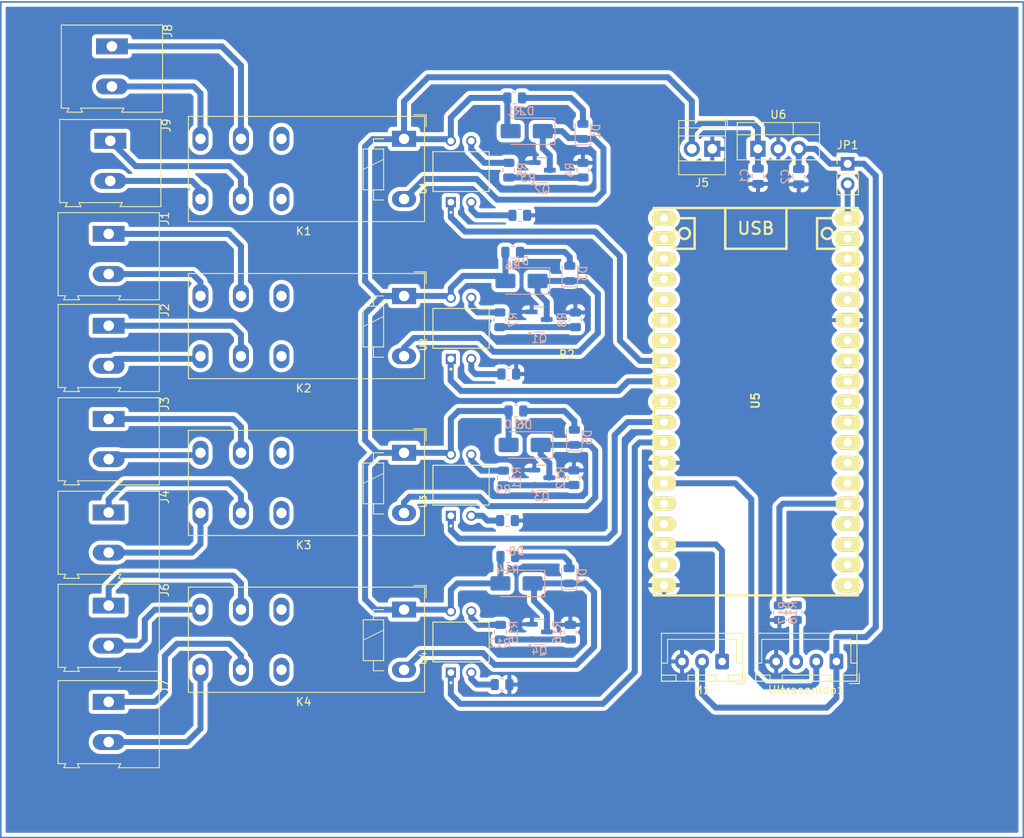
<source format=kicad_pcb>
(kicad_pcb (version 20240108) (generator "pcbnew") (generator_version "8.0")
  (title_block (title "mariano el marranooo"))
  (layers (0 "F.Cu" signal) (31 "B.Cu" signal) (34 "B.Paste" user) (35 "F.Paste" user) (36 "B.SilkS" user "B.Silkscreen") (37 "F.SilkS" user "F.Silkscreen") (38 "B.Mask" user) (39 "F.Mask" user) (44 "Edge.Cuts" user))
  (net 0 "")
  (net 1 "VCC")
  (net 2 "GND")
  (net 3 "+5V")
  (net 4 "11")
  (net 5 "Net-(D1-A)")
  (net 6 "Net-(Q1-G)")
  (net 7 "gpio")
  (net 8 "trig")
  (net 9 "echo")
  (net 10 "Net-(D3-K)")
  (net 11 "Net-(D5-K)")
  (net 12 "Net-(D7-K)")
  (net 13 "22")
  (net 14 "Net-(Q2-G)")
  (net 15 "Net-(Q3-G)")
  (net 16 "Net-(Q4-G)")
  (net 17 "Net-(R7-Pad2)")
  (net 18 "Net-(D1-K)")
  (net 19 "Net-(R15-Pad2)")
  (net 20 "Net-(D3-A)")
  (net 21 "Net-(D5-A)")
  (net 22 "Net-(D7-A)")
  (net 23 "gpio4")
  (net 24 "gpio3")
  (net 25 "gpio2")
  (net 26 "Net-(R3-Pad2)")
  (net 27 "Net-(R2-Pad2)")
  (net 28 "Net-(R11-Pad2)")
  (net 29 "Net-(JP1-B)")
  (net 30 "77")
  (net 31 "66")
  (net 32 "55")
  (net 33 "44")
  (net 34 "33")
  (net 35 "servo")
  (net 36 "Net-(R5-Pad2)")
  (net 37 "Net-(R9-Pad2)")
  (net 38 "Net-(R13-Pad2)")
  (net 39 "Net-(Ultrasonido1-Pin_3)")
  (net 63 "Net-(J1-Pin_2)")
  (net 66 "88")
  (net 67 "Net-(J2-Pin_2)")
  (net 68 "Net-(J3-Pin_2)")
  (net 69 "Net-(J4-Pin_2)")
  (net 70 "Net-(J6-Pin_2)")
  (net 71 "Net-(J7-Pin_2)")
  (net 72 "Net-(J8-Pin_2)")
  (net 73 "Net-(J9-Pin_2)")
  (footprint "PC817-B (1):DIP762W50P254L650H455Q4B" (layer "F.Cu") (at 105.87 89.705833 90)
    (property "Reference" "U2")
    (property "Value" "PC817")
  )
  (footprint "Relay_THT:Relay_DPDT_Schrack-RT2-FormC_RM5mm" (layer "F.Cu") (at 98.77 105.206666 180)
    (property "Reference" "K3")
    (property "Value" "RTE2xxxx")
  )
  (footprint "Connector_JST:JST_XH_B3B-XH-A_1x03_P2.50mm_Vertical" (layer "F.Cu") (at 138.375 131.2 180)
    (property "Reference" "M1")
    (property "Value" "Motor_Servo")
  )
  (footprint "TerminalBlock:TerminalBlock_Altech_AK300-2_P5.00mm" (layer "F.Cu") (at 62 77.94 -90)
    (property "Reference" "J1")
    (property "Value" "Screw_Terminal_01x02")
  )
  (footprint "TerminalBlock:TerminalBlock_Altech_AK300-2_P5.00mm" (layer "F.Cu") (at 62.2 66.34 -90)
    (property "Reference" "J9")
    (property "Value" "Screw_Terminal_01x02")
  )
  (footprint "TerminalBlock:TerminalBlock_Altech_AK300-2_P5.00mm" (layer "F.Cu") (at 62 89.375 -90)
    (property "Reference" "J2")
    (property "Value" "Screw_Terminal_01x02")
  )
  (footprint "Connector_PinHeader_2.54mm:PinHeader_1x02_P2.54mm_Vertical" (layer "F.Cu") (at 154 69.2)
    (property "Reference" "JP1")
    (property "Value" "Jumper_2_Bridged")
  )
  (footprint "Relay_THT:Relay_DPDT_Schrack-RT2-FormC_RM5mm" (layer "F.Cu") (at 98.77 124.74 180)
    (property "Reference" "K4")
    (property "Value" "RTE2xxxx")
  )
  (footprint "TerminalBlock:TerminalBlock_Altech_AK300-2_P5.00mm" (layer "F.Cu") (at 62 136.235 -90)
    (property "Reference" "J7")
    (property "Value" "Screw_Terminal_01x02")
  )
  (footprint "TerminalBlock:TerminalBlock_Altech_AK300-2_P5.00mm" (layer "F.Cu") (at 62.4 54.575 -90)
    (property "Reference" "J8")
    (property "Value" "Screw_Terminal_01x02")
  )
  (footprint "TerminalBlock:TerminalBlock_Xinya_XY308-2.54-2P_1x02_P2.54mm_Horizontal" (layer "F.Cu") (at 137.145 67.34 180)
    (property "Reference" "J5")
    (property "Value" "Screw_Terminal_01x02" (hide yes))
  )
  (footprint "TerminalBlock:TerminalBlock_Altech_AK300-2_P5.00mm" (layer "F.Cu") (at 62 101 -90)
    (property "Reference" "J3")
    (property "Value" "Screw_Terminal_01x02")
  )
  (footprint "PC817-B (1):DIP762W50P254L650H455Q4B" (layer "F.Cu") (at 105.87 70.1725 90)
    (property "Reference" "U1")
    (property "Value" "PC817" (hide yes))
  )
  (footprint "TerminalBlock:TerminalBlock_Altech_AK300-2_P5.00mm" (layer "F.Cu") (at 62 124.235 -90)
    (property "Reference" "J6")
    (property "Value" "Screw_Terminal_01x02")
  )
  (footprint "TerminalBlock:TerminalBlock_Altech_AK300-2_P5.00mm" (layer "F.Cu") (at 62 112.64 -90)
    (property "Reference" "J4")
    (property "Value" "Screw_Terminal_01x02")
  )
  (footprint "EESTN5:ESP32S" (layer "F.Cu") (at 142.57 98.84 90)
    (property "Reference" "U5")
    (property "Value" "ESP32_DEVKITC" (hide yes))
  )
  (footprint "Connector_JST:JST_XH_B4B-XH-A_1x04_P2.50mm_Vertical" (layer "F.Cu") (at 152.596 131.2 180)
    (property "Reference" "Ultrasonido1")
    (property "Value" "Screw_Terminal_01x04")
  )
  (footprint "PC817-B (1):DIP762W50P254L650H455Q4B" (layer "F.Cu") (at 105.87 128.7725 90)
    (property "Reference" "U4")
    (property "Value" "PC817")
  )
  (footprint "Package_TO_SOT_THT:TO-220-3_Vertical" (layer "F.Cu") (at 142.83 67.34)
    (property "Reference" "U6")
    (property "Value" "LM7805_TO220" (hide yes))
  )
  (footprint "Relay_THT:Relay_DPDT_Schrack-RT2-FormC_RM5mm" (layer "F.Cu") (at 98.77 66.1 180)
    (property "Reference" "K1")
    (property "Value" "RTE2xxxx" (hide yes))
  )
  (footprint "PC817-B (1):DIP762W50P254L650H455Q4B" (layer "F.Cu") (at 105.87 109.239166 90)
    (property "Reference" "U3")
    (property "Value" "PC817")
  )
  (footprint "Relay_THT:Relay_DPDT_Schrack-RT2-FormC_RM5mm" (layer "F.Cu") (at 98.77 85.673333 180)
    (property "Reference" "K2")
    (property "Value" "RTE2xxxx")
  )
  (footprint "Resistor_SMD:R_0805_2012Metric" (layer "B.Cu") (at 119.475 127.55 -90)
    (property "Reference" "R16")
    (property "Value" "R")
  )
  (footprint "LED_SMD:LED_0805_2012Metric" (layer "B.Cu") (at 119.975 103.2875 90)
    (property "Reference" "D5")
    (property "Value" "LED")
  )
  (footprint "LED_SMD:LED_0805_2012Metric" (layer "B.Cu") (at 119.325 120.5375 90)
    (property "Reference" "D7")
    (property "Value" "LED")
  )
  (footprint "LED_SMD:LED_0805_2012Metric" (layer "B.Cu") (at 121.04375 65.17 90)
    (property "Reference" "D1")
    (property "Value" "LED")
  )
  (footprint "Diode_SMD:D_SMA" (layer "B.Cu") (at 112.775 121.475 180)
    (property "Reference" "D8")
    (property "Value" "DIODE")
  )
  (footprint "Resistor_SMD:R_0805_2012Metric" (layer "B.Cu") (at 110.7 88.6375 90)
    (property "Reference" "R7")
    (property "Value" "1KΩ")
  )
  (footprint "Resistor_SMD:R_0805_2012Metric" (layer "B.Cu") (at 147.596 125.115 -90)
    (property "Reference" "R17")
    (property "Value" "1KΩ")
  )
  (footprint "Capacitor_SMD:C_0805_2012Metric" (layer "B.Cu") (at 147.92 70.81 -90)
    (property "Reference" "C2")
    (property "Value" "C")
  )
  (footprint "Resistor_SMD:R_0805_2012Metric" (layer "B.Cu") (at 121.04375 70 -90)
    (property "Reference" "R4")
    (property "Value" "R")
  )
  (footprint "Resistor_SMD:R_0805_2012Metric" (layer "B.Cu") (at 120.1 88.6375 -90)
    (property "Reference" "R8")
    (property "Value" "10KΩ")
  )
  (footprint "Resistor_SMD:R_0805_2012Metric" (layer "B.Cu") (at 111.1375 108.34375 90)
    (property "Reference" "R11")
    (property "Value" "R" (hide yes))
  )
  (footprint "Resistor_SMD:R_0805_2012Metric" (layer "B.Cu") (at 111.8125 95.4 180)
    (property "Reference" "R2")
    (property "Value" "220Ω")
  )
  (footprint "Resistor_SMD:R_0805_2012Metric" (layer "B.Cu") (at 113.175 75.625 180)
    (property "Reference" "R3")
    (property "Value" "R")
  )
  (footprint "Capacitor_SMD:C_0805_2012Metric" (layer "B.Cu") (at 142.84 70.76 -90)
    (property "Reference" "C1")
    (property "Value" "C")
  )
  (footprint "Resistor_SMD:R_0805_2012Metric" (layer "B.Cu") (at 112.54375 61)
    (property "Reference" "R1")
    (property "Value" "R")
  )
  (footprint "Diode_SMD:D_SMA" (layer "B.Cu") (at 113.7875 104.225 180)
    (property "Reference" "D6")
    (property "Value" "DIODE")
  )
  (footprint "Resistor_SMD:R_0805_2012Metric" (layer "B.Cu") (at 110.975 134.075 180)
    (property "Reference" "R13")
    (property "Value" "R")
  )
  (footprint "Diode_SMD:D_SMA" (layer "B.Cu") (at 113.4 83.8 180)
    (property "Reference" "D4")
    (property "Value" "DIODE")
  )
  (footprint "Resistor_SMD:R_0805_2012Metric" (layer "B.Cu") (at 119.91875 108.30625 -90)
    (property "Reference" "R12")
    (property "Value" "R")
  )
  (footprint "Resistor_SMD:R_0805_2012Metric" (layer "B.Cu") (at 111.65 113.65 180)
    (property "Reference" "R9")
    (property "Value" "R")
  )
  (footprint "LED_SMD:LED_0805_2012Metric" (layer "B.Cu") (at 119.4 82.8625 90)
    (property "Reference" "D3")
    (property "Value" "LED")
  )
  (footprint "Resistor_SMD:R_0805_2012Metric" (layer "B.Cu") (at 111.81375 70 90)
    (property "Reference" "R5")
    (property "Value" "R")
  )
  (footprint "Diode_SMD:D_SMA" (layer "B.Cu") (at 114.04375 65.14 180)
    (property "Reference" "D2")
    (property "Value" "DIODE")
  )
  (footprint "Package_TO_SOT_SMD:SOT-23" (layer "B.Cu") (at 115.91875 108.30625)
    (property "Reference" "Q3")
    (property "Value" "2N7002")
  )
  (footprint "Resistor_SMD:R_0805_2012Metric" (layer "B.Cu") (at 112.7 100)
    (property "Reference" "R10")
    (property "Value" "R")
  )
  (footprint "Package_TO_SOT_SMD:SOT-23" (layer "B.Cu") (at 115.6 88.6)
    (property "Reference" "Q1")
    (property "Value" "2N7002")
  )
  (footprint "Resistor_SMD:R_0805_2012Metric" (layer "B.Cu") (at 110.775 127.55 90)
    (property "Reference" "R15")
    (property "Value" "R")
  )
  (footprint "Resistor_SMD:R_0805_2012Metric" (layer "B.Cu") (at 145.5 125.125 90)
    (property "Reference" "R18")
    (property "Value" "1,5KΩ")
  )
  (footprint "Package_TO_SOT_SMD:SOT-23" (layer "B.Cu") (at 115.98125 70)
    (property "Reference" "Q2")
    (property "Value" "2N7002")
  )
  (footprint "Resistor_SMD:R_0805_2012Metric" (layer "B.Cu") (at 111.6875 118.125)
    (property "Reference" "R14")
    (property "Value" "R")
  )
  (footprint "Package_TO_SOT_SMD:SOT-23" (layer "B.Cu") (at 115.625 127.5125)
    (property "Reference" "Q4")
    (property "Value" "2N7002")
  )
  (footprint "Resistor_SMD:R_0805_2012Metric" (layer "B.Cu") (at 112.3 80.225)
    (property "Reference" "R6")
    (property "Value" "1KΩ")
  )
  (gr_rect (start 48.57 49.04) (end 175.87 153.14) (stroke (width 0.2)) (fill none) (layer "B.Cu"))
  (segment (start 142.83 64.8) (end 142.17 64.14) (width 0.75) (layer "B.Cu") (net 1))
  (segment (start 131.625 58.425) (end 134.605 61.405) (width 0.75) (layer "B.Cu") (net 1))
  (segment (start 98.77 85.673333) (end 104.3775 85.673333) (width 0.75) (layer "B.Cu") (net 1))
  (segment (start 142.83 67.34) (end 142.83 69.84) (width 0.75) (layer "B.Cu") (net 1))
  (segment (start 111.3875 80.225) (end 111.3875 83.7875) (width 0.75) (layer "B.Cu") (net 1))
  (segment (start 111.63125 64.7275) (end 112.04375 65.14) (width 0.75) (layer "B.Cu") (net 1))
  (segment (start 93.922 87.888) (end 93.922 103.636) (width 0.75) (layer "B.Cu") (net 1))
  (segment (start 104.3775 124.74) (end 104.6 124.9625) (width 0.75) (layer "B.Cu") (net 1))
  (segment (start 93.922 123.448) (end 95.214 124.74) (width 0.75) (layer "B.Cu") (net 1))
  (segment (start 134.3775 67.5675) (end 134.605 67.34) (width 0.75) (layer "B.Cu") (net 1))
  (segment (start 104.6 122.275) (end 105.4 121.475) (width 0.75) (layer "B.Cu") (net 1))
  (segment (start 134.605 61.405) (end 134.605 67.34) (width 0.75) (layer "B.Cu") (net 1))
  (segment (start 104.3775 66.14) (end 104.6 66.3625) (width 0.75) (layer "B.Cu") (net 1))
  (segment (start 96.136667 85.673333) (end 93.922 87.888) (width 0.75) (layer "B.Cu") (net 1))
  (segment (start 104.6 100.95) (end 105.55 100) (width 0.75) (layer "B.Cu") (net 1))
  (segment (start 105.55 100) (end 111.7875 100) (width 0.75) (layer "B.Cu") (net 1))
  (segment (start 98.77 85.673333) (end 98.494 85.949333) (width 0.75) (layer "B.Cu") (net 1))
  (segment (start 104.6 84.7) (end 106.125 83.175) (width 0.75) (layer "B.Cu") (net 1))
  (segment (start 135.67 64.14) (end 134.605 65.205) (width 0.75) (layer "B.Cu") (net 1))
  (segment (start 111.63125 61) (end 111.63125 64.7275) (width 0.75) (layer "B.Cu") (net 1))
  (segment (start 142.17 64.14) (end 135.67 64.14) (width 0.75) (layer "B.Cu") (net 1))
  (segment (start 110.775 121.475) (end 110.775 118.125) (width 0.75) (layer "B.Cu") (net 1))
  (segment (start 93.922 67.06) (end 94.842 66.14) (width 0.75) (layer "B.Cu") (net 1))
  (segment (start 104.6 124.9625) (end 104.6 122.275) (width 0.75) (layer "B.Cu") (net 1))
  (segment (start 94.842 66.14) (end 98.77 66.14) (width 0.75) (layer "B.Cu") (net 1))
  (segment (start 95.399334 105.206666) (end 93.922 106.684) (width 0.75) (layer "B.Cu") (net 1))
  (segment (start 111.61375 64.71) (end 112.04375 65.14) (width 0.75) (layer "B.Cu") (net 1))
  (segment (start 110.775 83.175) (end 111.4 83.8) (width 0.75) (layer "B.Cu") (net 1))
  (segment (start 98.77 124.74) (end 104.3775 124.74) (width 0.75) (layer "B.Cu") (net 1))
  (segment (start 98.77 66.14) (end 104.3775 66.14) (width 0.75) (layer "B.Cu") (net 1))
  (segment (start 104.6 85.895833) (end 104.6 84.7) (width 0.75) (layer "B.Cu") (net 1))
  (segment (start 106.125 83.175) (end 110.775 83.175) (width 0.75) (layer "B.Cu") (net 1))
  (segment (start 98.77 105.206666) (end 104.3775 105.206666) (width 0.75) (layer "B.Cu") (net 1))
  (segment (start 104.6 63.44375) (end 107.04375 61) (width 0.75) (layer "B.Cu") (net 1))
  (segment (start 101.775 58.425) (end 131.625 58.425) (width 0.75) (layer "B.Cu") (net 1))
  (segment (start 98.77 85.673333) (end 95.771333 85.673333) (width 0.75) (layer "B.Cu") (net 1))
  (segment (start 98.77 61.43) (end 101.775 58.425) (width 0.75) (layer "B.Cu") (net 1))
  (segment (start 95.771333 85.673333) (end 93.922 83.824) (width 0.75) (layer "B.Cu") (net 1))
  (segment (start 134.605 65.205) (end 134.605 67.34) (width 0.75) (layer "B.Cu") (net 1))
  (segment (start 98.77 85.673333) (end 96.136667 85.673333) (width 0.75) (layer "B.Cu") (net 1))
  (segment (start 93.922 106.684) (end 93.922 123.448) (width 0.75) (layer "B.Cu") (net 1))
  (segment (start 104.3775 85.673333) (end 104.6 85.895833) (width 0.75) (layer "B.Cu") (net 1))
  (segment (start 111.7875 100) (end 111.7875 104.225) (width 0.75) (layer "B.Cu") (net 1))
  (segment (start 104.6 105.429166) (end 104.6 100.95) (width 0.75) (layer "B.Cu") (net 1))
  (segment (start 95.492666 105.206666) (end 98.77 105.206666) (width 0.75) (layer "B.Cu") (net 1))
  (segment (start 98.77 66.1) (end 98.77 61.43) (width 0.75) (layer "B.Cu") (net 1))
  (segment (start 107.04375 61) (end 111.63125 61) (width 0.75) (layer "B.Cu") (net 1))
  (segment (start 93.922 83.824) (end 93.922 67.06) (width 0.75) (layer "B.Cu") (net 1))
  (segment (start 98.77 105.206666) (end 95.399334 105.206666) (width 0.75) (layer "B.Cu") (net 1))
  (segment (start 104.3775 105.206666) (end 104.6 105.429166) (width 0.75) (layer "B.Cu") (net 1))
  (segment (start 142.83 67.34) (end 142.83 64.8) (width 0.75) (layer "B.Cu") (net 1))
  (segment (start 104.6 66.3625) (end 104.6 63.44375) (width 0.75) (layer "B.Cu") (net 1))
  (segment (start 95.214 124.74) (end 98.77 124.74) (width 0.75) (layer "B.Cu") (net 1))
  (segment (start 111.3875 83.7875) (end 111.4 83.8) (width 0.75) (layer "B.Cu") (net 1))
  (segment (start 93.922 103.636) (end 95.492666 105.206666) (width 0.75) (layer "B.Cu") (net 1))
  (segment (start 105.4 121.475) (end 110.775 121.475) (width 0.75) (layer "B.Cu") (net 1))
  (segment (start 151.4 136.95) (end 152.596 135.754) (width 0.75) (layer "B.Cu") (net 3))
  (segment (start 135.875 135.25) (end 137.575 136.95) (width 0.75) (layer "B.Cu") (net 3))
  (segment (start 156.256 128.17) (end 157.5 126.926) (width 0.75) (layer "B.Cu") (net 3))
  (segment (start 152.596 131.2) (end 152.596 128.17) (width 0.75) (layer "B.Cu") (net 3))
  (segment (start 154 69.2) (end 151.83 69.2) (width 0.75) (layer "B.Cu") (net 3))
  (segment (start 135.875 131.2) (end 135.875 135.25) (width 0.75) (layer "B.Cu") (net 3))
  (segment (start 157.5 70.694) (end 156.006 69.2) (width 0.75) (layer "B.Cu") (net 3))
  (segment (start 156.006 69.2) (end 154 69.2) (width 0.75) (layer "B.Cu") (net 3))
  (segment (start 157.5 126.926) (end 157.5 70.694) (width 0.75) (layer "B.Cu") (net 3))
  (segment (start 147.91 67.34) (end 147.91 69.79) (width 0.75) (layer "B.Cu") (net 3))
  (segment (start 137.575 136.95) (end 151.4 136.95) (width 0.75) (layer "B.Cu") (net 3))
  (segment (start 152.596 135.754) (end 152.596 131.2) (width 0.75) (layer "B.Cu") (net 3))
  (segment (start 152.596 128.17) (end 156.256 128.17) (width 0.75) (layer "B.Cu") (net 3))
  (segment (start 149.97 67.34) (end 147.91 67.34) (width 0.75) (layer "B.Cu") (net 3))
  (segment (start 151.83 69.2) (end 149.97 67.34) (width 0.75) (layer "B.Cu") (net 3))
  (segment (start 62.4 54.575) (end 76.075 54.575) (width 0.75) (layer "B.Cu") (net 4))
  (segment (start 78.47 56.97) (end 78.47 66.1) (width 0.75) (layer "B.Cu") (net 4))
  (segment (start 76.075 54.575) (end 78.47 56.97) (width 0.75) (layer "B.Cu") (net 4))
  (segment (start 113.45625 61) (end 119.54375 61) (width 0.75) (layer "B.Cu") (net 5))
  (segment (start 121.04375 62.5) (end 121.04375 64.2325) (width 0.75) (layer "B.Cu") (net 5))
  (segment (start 119.54375 61) (end 121.04375 62.5) (width 0.75) (layer "B.Cu") (net 5))
  (segment (start 114.6625 89.55) (end 120.1 89.55) (width 0.75) (layer "B.Cu") (net 6))
  (segment (start 110.7 89.55) (end 114.6625 89.55) (width 0.75) (layer "B.Cu") (net 6))
  (segment (start 104.6 73.9825) (end 104.6 75.875) (width 0.75) (layer "B.Cu") (net 7))
  (segment (start 128.16 93.76) (end 131.14 93.76) (width 0.75) (layer "B.Cu") (net 7))
  (segment (start 125.65 91.25) (end 128.16 93.76) (width 0.75) (layer "B.Cu") (net 7))
  (segment (start 104.6 75.875) (end 106.375 77.65) (width 0.75) (layer "B.Cu") (net 7))
  (segment (start 122.575 77.65) (end 125.65 80.725) (width 0.75) (layer "B.Cu") (net 7))
  (segment (start 125.65 80.725) (end 125.65 91.25) (width 0.75) (layer "B.Cu") (net 7))
  (segment (start 106.375 77.65) (end 122.575 77.65) (width 0.75) (layer "B.Cu") (net 7))
  (segment (start 150.096 131.2) (end 150.096 133.829) (width 0.75) (layer "B.Cu") (net 8))
  (segment (start 131.364 109.224) (end 131.14 109) (width 0.75) (layer "B.Cu") (net 8))
  (segment (start 143.675 134.3) (end 142 132.625) (width 0.75) (layer "B.Cu") (net 8))
  (segment (start 140 109) (end 131.14 109) (width 0.75) (layer "B.Cu") (net 8))
  (segment (start 149.625 134.3) (end 143.675 134.3) (width 0.75) (layer "B.Cu") (net 8))
  (segment (start 142 111) (end 140 109) (width 0.75) (layer "B.Cu") (net 8))
  (segment (start 150.096 133.829) (end 149.625 134.3) (width 0.75) (layer "B.Cu") (net 8))
  (segment (start 142 132.625) (end 142 111) (width 0.75) (layer "B.Cu") (net 8))
  (segment (start 147.596 124.2025) (end 145.51 124.2025) (width 0.75) (layer "B.Cu") (net 9))
  (segment (start 145.5 124.2125) (end 145.5 112) (width 0.75) (layer "B.Cu") (net 9))
  (segment (start 154.224 111.764) (end 154 111.54) (width 0.75) (layer "B.Cu") (net 9))
  (segment (start 145.51 124.2025) (end 145.5 124.2125) (width 0.75) (layer "B.Cu") (net 9))
  (segment (start 145.96 111.54) (end 154 111.54) (width 0.75) (layer "B.Cu") (net 9))
  (segment (start 145.5 112) (end 145.96 111.54) (width 0.75) (layer "B.Cu") (net 9))
  (segment (start 122.9 85.4) (end 121.3 83.8) (width 0.75) (layer "B.Cu") (net 10))
  (segment (start 116.5375 86.4375) (end 116.5375 88.6) (width 0.75) (layer "B.Cu") (net 10))
  (segment (start 100 90.9) (end 108.2 90.9) (width 0.75) (layer "B.Cu") (net 10))
  (segment (start 122.9 90.3) (end 122.9 85.4) (width 0.75) (layer "B.Cu") (net 10))
  (segment (start 98.77 92.13) (end 100 90.9) (width 0.75) (layer "B.Cu") (net 10))
  (segment (start 98.77 93.173333) (end 98.77 92.13) (width 0.75) (layer "B.Cu") (net 10))
  (segment (start 115.4 85.3) (end 116.5375 86.4375) (width 0.75) (layer "B.Cu") (net 10))
  (segment (start 109.925 92.625) (end 120.575 92.625) (width 0.75) (layer "B.Cu") (net 10))
  (segment (start 108.2 90.9) (end 109.925 92.625) (width 0.75) (layer "B.Cu") (net 10))
  (segment (start 121.3 83.8) (end 119.4 83.8) (width 0.75) (layer "B.Cu") (net 10))
  (segment (start 115.4 83.8) (end 115.4 85.3) (width 0.75) (layer "B.Cu") (net 10))
  (segment (start 120.575 92.625) (end 122.9 90.3) (width 0.75) (layer "B.Cu") (net 10))
  (segment (start 119.4 83.8) (end 115.4 83.8) (width 0.75) (layer "B.Cu") (net 10))
  (segment (start 115.7875 105.4125) (end 116.85625 106.48125) (width 0.75) (layer "B.Cu") (net 11))
  (segment (start 115.7875 104.225) (end 119.975 104.225) (width 0.75) (layer "B.Cu") (net 11))
  (segment (start 121.875 104.225) (end 119.975 104.225) (width 0.75) (layer "B.Cu") (net 11))
  (segment (start 121.5 111.85) (end 122.575 110.775) (width 0.75) (layer "B.Cu") (net 11))
  (segment (start 116.85625 106.48125) (end 116.85625 108.30625) (width 0.75) (layer "B.Cu") (net 11))
  (segment (start 98.77 112.706666) (end 98.77 111.38) (width 0.75) (layer "B.Cu") (net 11))
  (segment (start 99.475 110.675) (end 108.15 110.675) (width 0.75) (layer "B.Cu") (net 11))
  (segment (start 109.325 111.85) (end 121.5 111.85) (width 0.75) (layer "B.Cu") (net 11))
  (segment (start 122.575 104.925) (end 121.875 104.225) (width 0.75) (layer "B.Cu") (net 11))
  (segment (start 98.77 111.38) (end 99.475 110.675) (width 0.75) (layer "B.Cu") (net 11))
  (segment (start 122.575 110.775) (end 122.575 104.925) (width 0.75) (layer "B.Cu") (net 11))
  (segment (start 108.15 110.675) (end 109.325 111.85) (width 0.75) (layer "B.Cu") (net 11))
  (segment (start 115.7875 104.225) (end 115.7875 105.4125) (width 0.75) (layer "B.Cu") (net 11))
  (segment (start 120.2 131.625) (end 122.425 129.4) (width 0.75) (layer "B.Cu") (net 12))
  (segment (start 114.775 121.475) (end 119.325 121.475) (width 0.75) (layer "B.Cu") (net 12))
  (segment (start 114.95 123.65) (end 116.5625 125.2625) (width 0.75) (layer "B.Cu") (net 12))
  (segment (start 114.95 121.475) (end 114.95 123.65) (width 0.75) (layer "B.Cu") (net 12))
  (segment (start 108.575 130.15) (end 110.05 131.625) (width 0.75) (layer "B.Cu") (net 12))
  (segment (start 110.05 131.625) (end 120.2 131.625) (width 0.75) (layer "B.Cu") (net 12))
  (segment (start 122.425 122.55) (end 121.35 121.475) (width 0.75) (layer "B.Cu") (net 12))
  (segment (start 122.425 129.4) (end 122.425 122.55) (width 0.75) (layer "B.Cu") (net 12))
  (segment (start 121.35 121.475) (end 119.325 121.475) (width 0.75) (layer "B.Cu") (net 12))
  (segment (start 116.5625 125.2625) (end 116.5625 127.475) (width 0.75) (layer "B.Cu") (net 12))
  (segment (start 98.77 132.24) (end 100.86 130.15) (width 0.75) (layer "B.Cu") (net 12))
  (segment (start 100.86 130.15) (end 108.575 130.15) (width 0.75) (layer "B.Cu") (net 12))
  (segment (start 62.2 66.34) (end 65.36 69.5) (width 0.75) (layer "B.Cu") (net 13))
  (segment (start 77 69.5) (end 78.47 70.97) (width 0.75) (layer "B.Cu") (net 13))
  (segment (start 78.47 70.97) (end 78.47 73.6) (width 0.75) (layer "B.Cu") (net 13))
  (segment (start 65.36 69.5) (end 77 69.5) (width 0.75) (layer "B.Cu") (net 13))
  (segment (start 111.81375 70.9125) (end 115.00625 70.9125) (width 0.75) (layer "B.Cu") (net 14))
  (segment (start 115.04375 70.95) (end 121.00625 70.95) (width 0.75) (layer "B.Cu") (net 14))
  (segment (start 115.00625 70.9125) (end 115.04375 70.95) (width 0.75) (layer "B.Cu") (net 14))
  (segment (start 121.00625 70.95) (end 121.04375 70.9125) (width 0.75) (layer "B.Cu") (net 14))
  (segment (start 115.01875 109.21875) (end 114.98125 109.25625) (width 0.75) (layer "B.Cu") (net 15))
  (segment (start 110.95625 109.25625) (end 110.91875 109.21875) (width 0.75) (layer "B.Cu") (net 15))
  (segment (start 119.88125 109.25625) (end 119.91875 109.21875) (width 0.75) (layer "B.Cu") (net 15))
  (segment (start 115.01875 109.21875) (end 115.05625 109.25625) (width 0.75) (layer "B.Cu") (net 15))
  (segment (start 111.1375 109.25625) (end 114.98125 109.25625) (width 0.75) (layer "B.Cu") (net 15))
  (segment (start 115.05625 109.25625) (end 119.88125 109.25625) (width 0.75) (layer "B.Cu") (net 15))
  (segment (start 114.6875 128.4625) (end 110.775 128.4625) (width 0.75) (layer "B.Cu") (net 16))
  (segment (start 114.6875 128.4625) (end 119.475 128.4625) (width 0.75) (layer "B.Cu") (net 16))
  (segment (start 114.725 128.425) (end 114.6875 128.4625) (width 0.75) (layer "B.Cu") (net 16))
  (segment (start 107.14 86.94) (end 107.925 87.725) (width 0.75) (layer "B.Cu") (net 17))
  (segment (start 107.925 87.725) (end 110.7 87.725) (width 0.75) (layer "B.Cu") (net 17))
  (segment (start 107.14 85.895833) (end 107.14 86.94) (width 0.75) (layer "B.Cu") (net 17))
  (segment (start 101.27 71.1) (end 107.8 71.1) (width 0.75) (layer "B.Cu") (net 18))
  (segment (start 122.4075 66.1075) (end 121.04375 66.1075) (width 0.75) (layer "B.Cu") (net 18))
  (segment (start 120.93625 66) (end 121.04375 66.1075) (width 0.75) (layer "B.Cu") (net 18))
  (segment (start 116.91875 70) (end 116.91875 68.16875) (width 0.75) (layer "B.Cu") (net 18))
  (segment (start 116.04375 65.14) (end 118.44 65.14) (width 0.75) (layer "B.Cu") (net 18))
  (segment (start 118.44 65.14) (end 119.3 66) (width 0.75) (layer "B.Cu") (net 18))
  (segment (start 110.375 73.675) (end 122.625 73.675) (width 0.75) (layer "B.Cu") (net 18))
  (segment (start 123.6 72.7) (end 123.6 67.3) (width 0.75) (layer "B.Cu") (net 18))
  (segment (start 116.91875 68.16875) (end 116.04375 67.29375) (width 0.75) (layer "B.Cu") (net 18))
  (segment (start 107.8 71.1) (end 110.375 73.675) (width 0.75) (layer "B.Cu") (net 18))
  (segment (start 122.625 73.675) (end 123.6 72.7) (width 0.75) (layer "B.Cu") (net 18))
  (segment (start 98.77 73.6) (end 101.27 71.1) (width 0.75) (layer "B.Cu") (net 18))
  (segment (start 123.6 67.3) (end 122.4075 66.1075) (width 0.75) (layer "B.Cu") (net 18))
  (segment (start 119.3 66) (end 120.93625 66) (width 0.75) (layer "B.Cu") (net 18))
  (segment (start 116.04375 67.29375) (end 116.04375 65.14) (width 0.75) (layer "B.Cu") (net 18))
  (segment (start 108.0375 126.6375) (end 110.775 126.6375) (width 0.75) (layer "B.Cu") (net 19))
  (segment (start 107.14 124.9625) (end 107.14 125.74) (width 0.75) (layer "B.Cu") (net 19))
  (segment (start 107.14 125.74) (end 108.0375 126.6375) (width 0.75) (layer "B.Cu") (net 19))
  (segment (start 118.75 80.175) (end 113.2625 80.175) (width 0.75) (layer "B.Cu") (net 20))
  (segment (start 119.4 81.925) (end 119.4 80.825) (width 0.75) (layer "B.Cu") (net 20))
  (segment (start 113.2625 80.175) (end 113.2125 80.225) (width 0.75) (layer "B.Cu") (net 20))
  (segment (start 119.4 80.825) (end 118.75 80.175) (width 0.75) (layer "B.Cu") (net 20))
  (segment (start 118.725 100) (end 119.975 101.25) (width 0.75) (layer "B.Cu") (net 21))
  (segment (start 119.975 101.25) (end 119.975 102.35) (width 0.75) (layer "B.Cu") (net 21))
  (segment (start 113.6125 100) (end 118.725 100) (width 0.75) (layer "B.Cu") (net 21))
  (segment (start 118.65 118.125) (end 112.6 118.125) (width 0.75) (layer "B.Cu") (net 22))
  (segment (start 119.325 118.8) (end 118.65 118.125) (width 0.75) (layer "B.Cu") (net 22))
  (segment (start 119.325 119.6) (end 119.325 118.8) (width 0.75) (layer "B.Cu") (net 22))
  (segment (start 104.6 135.3) (end 105.775 136.475) (width 0.75) (layer "B.Cu") (net 23))
  (segment (start 128.08 103.92) (end 131.14 103.92) (width 0.75) (layer "B.Cu") (net 23))
  (segment (start 127.5 104.5) (end 128.08 103.92) (width 0.75) (layer "B.Cu") (net 23))
  (segment (start 127.5 132.5) (end 127.5 104.5) (width 0.75) (layer "B.Cu") (net 23))
  (segment (start 104.6 132.5825) (end 104.6 135.3) (width 0.75) (layer "B.Cu") (net 23))
  (segment (start 105.775 136.475) (end 123.525 136.475) (width 0.75) (layer "B.Cu") (net 23))
  (segment (start 123.525 136.475) (end 127.5 132.5) (width 0.75) (layer "B.Cu") (net 23))
  (segment (start 126.62 101.38) (end 131.14 101.38) (width 0.75) (layer "B.Cu") (net 24))
  (segment (start 125 103) (end 126.62 101.38) (width 0.75) (layer "B.Cu") (net 24))
  (segment (start 125 115) (end 125 103) (width 0.75) (layer "B.Cu") (net 24))
  (segment (start 105.625 115.9) (end 124.1 115.9) (width 0.75) (layer "B.Cu") (net 24))
  (segment (start 104.6 114.875) (end 105.625 115.9) (width 0.75) (layer "B.Cu") (net 24))
  (segment (start 124.1 115.9) (end 125 115) (width 0.75) (layer "B.Cu") (net 24))
  (segment (start 104.6 113.049166) (end 104.6 114.875) (width 0.75) (layer "B.Cu") (net 24))
  (segment (start 104.575 96.2) (end 105.875 97.5) (width 0.75) (layer "B.Cu") (net 25))
  (segment (start 105.875 97.5) (end 125.475 97.5) (width 0.75) (layer "B.Cu") (net 25))
  (segment (start 104.575 93.540833) (end 104.575 96.2) (width 0.75) (layer "B.Cu") (net 25))
  (segment (start 104.6 93.515833) (end 104.575 93.540833) (width 0.75) (layer "B.Cu") (net 25))
  (segment (start 125.475 97.5) (end 126.675 96.3) (width 0.75) (layer "B.Cu") (net 25))
  (segment (start 126.675 96.3) (end 131.14 96.3) (width 0.75) (layer "B.Cu") (net 25))
  (segment (start 107.85 75.625) (end 107.14 74.915) (width 0.75) (layer "B.Cu") (net 26))
  (segment (start 107.14 74.915) (end 107.14 73.9825) (width 0.75) (layer "B.Cu") (net 26))
  (segment (start 112.2625 75.625) (end 107.85 75.625) (width 0.75) (layer "B.Cu") (net 26))
  (segment (start 107.14 94.89) (end 107.65 95.4) (width 0.75) (layer "B.Cu") (net 27))
  (segment (start 107.65 95.4) (end 110.9 95.4) (width 0.75) (layer "B.Cu") (net 27))
  (segment (start 107.14 93.515833) (end 107.14 94.89) (width 0.75) (layer "B.Cu") (net 27))
  (segment (start 107.14 106.14) (end 107.14 105.429166) (width 0.75) (layer "B.Cu") (net 28))
  (segment (start 111.1375 107.43125) (end 108.43125 107.43125) (width 0.75) (layer "B.Cu") (net 28))
  (segment (start 108.43125 107.43125) (end 107.14 106.14) (width 0.75) (layer "B.Cu") (net 28))
  (segment (start 154 71.74) (end 154 75.98) (width 0.75) (layer "B.Cu") (net 29))
  (segment (start 62 122) (end 63.5 120.5) (width 0.75) (layer "B.Cu") (net 30))
  (segment (start 78.47 121.47) (end 78.47 124.74) (width 0.75) (layer "B.Cu") (net 30))
  (segment (start 62 124.235) (end 62 122) (width 0.75) (layer "B.Cu") (net 30))
  (segment (start 63.5 120.5) (end 77.5 120.5) (width 0.75) (layer "B.Cu") (net 30))
  (segment (start 77.5 120.5) (end 78.47 121.47) (width 0.75) (layer "B.Cu") (net 30))
  (segment (start 62 111) (end 64 109) (width 0.75) (layer "B.Cu") (net 31))
  (segment (start 78.47 110.47) (end 78.47 112.706666) (width 0.75) (layer "B.Cu") (net 31))
  (segment (start 64 109) (end 77 109) (width 0.75) (layer "B.Cu") (net 31))
  (segment (start 62 112.64) (end 62 111) (width 0.75) (layer "B.Cu") (net 31))
  (segment (start 77 109) (end 78.47 110.47) (width 0.75) (layer "B.Cu") (net 31))
  (segment (start 77.5 101) (end 78.47 101.97) (width 0.75) (layer "B.Cu") (net 32))
  (segment (start 62 101) (end 77.5 101) (width 0.75) (layer "B.Cu") (net 32))
  (segment (start 78.47 101.97) (end 78.47 105.206666) (width 0.75) (layer "B.Cu") (net 32))
  (segment (start 78.47 90.47) (end 78.47 93.173333) (width 0.75) (layer "B.Cu") (net 33))
  (segment (start 77.375 89.375) (end 78.47 90.47) (width 0.75) (layer "B.Cu") (net 33))
  (segment (start 62 89.375) (end 77.375 89.375) (width 0.75) (layer "B.Cu") (net 33))
  (segment (start 78.47 79.47) (end 78.47 85.673333) (width 0.75) (layer "B.Cu") (net 34))
  (segment (start 78.47 84.57) (end 78.47 85.673333) (width 0.75) (layer "B.Cu") (net 34))
  (segment (start 62 77.94) (end 76.94 77.94) (width 0.75) (layer "B.Cu") (net 34))
  (segment (start 76.94 77.94) (end 78.47 79.47) (width 0.75) (layer "B.Cu") (net 34))
  (segment (start 137.595 116.62) (end 131.14 116.62) (width 0.75) (layer "B.Cu") (net 35))
  (segment (start 138.35 117.375) (end 137.595 116.62) (width 0.75) (layer "B.Cu") (net 35))
  (segment (start 138.375 131.2) (end 138.35 131.175) (width 0.75) (layer "B.Cu") (net 35))
  (segment (start 138.35 131.175) (end 138.35 117.375) (width 0.75) (layer "B.Cu") (net 35))
  (segment (start 108.7875 69.0875) (end 111.81375 69.0875) (width 0.75) (layer "B.Cu") (net 36))
  (segment (start 107.14 66.3625) (end 107.14 67.44) (width 0.75) (layer "B.Cu") (net 36))
  (segment (start 107.14 67.44) (end 108.7875 69.0875) (width 0.75) (layer "B.Cu") (net 36))
  (segment (start 109.15 113.65) (end 110.7375 113.65) (width 0.75) (layer "B.Cu") (net 37))
  (segment (start 107.14 113.049166) (end 108.549166 113.049166) (width 0.75) (layer "B.Cu") (net 37))
  (segment (start 108.549166 113.049166) (end 109.15 113.65) (width 0.75) (layer "B.Cu") (net 37))
  (segment (start 107.14 133.365) (end 107.85 134.075) (width 0.75) (layer "B.Cu") (net 38))
  (segment (start 107.85 134.075) (end 110.0625 134.075) (width 0.75) (layer "B.Cu") (net 38))
  (segment (start 107.14 132.5825) (end 107.14 133.365) (width 0.75) (layer "B.Cu") (net 38))
  (segment (start 147.596 126.0275) (end 147.596 131.2) (width 0.75) (layer "B.Cu") (net 39))
  (segment (start 62 82.94) (end 72.44 82.94) (width 0.75) (layer "B.Cu") (net 63))
  (segment (start 73.43 83.93) (end 73.43 85.673333) (width 0.75) (layer "B.Cu") (net 63))
  (segment (start 72.44 82.94) (end 73.43 83.93) (width 0.75) (layer "B.Cu") (net 63))
  (segment (start 67.765 136.235) (end 69 135) (width 0.75) (layer "B.Cu") (net 66))
  (segment (start 78.47 130.47) (end 78.47 132.24) (width 0.75) (layer "B.Cu") (net 66))
  (segment (start 69 135) (end 69 130.5) (width 0.75) (layer "B.Cu") (net 66))
  (segment (start 69 130.5) (end 70.5 129) (width 0.75) (layer "B.Cu") (net 66))
  (segment (start 77 129) (end 78.47 130.47) (width 0.75) (layer "B.Cu") (net 66))
  (segment (start 62 136.235) (end 67.765 136.235) (width 0.75) (layer "B.Cu") (net 66))
  (segment (start 70.5 129) (end 77 129) (width 0.75) (layer "B.Cu") (net 66))
  (segment (start 62.875 93.5) (end 73.103333 93.5) (width 0.75) (layer "B.Cu") (net 67))
  (segment (start 62 94.375) (end 62.875 93.5) (width 0.75) (layer "B.Cu") (net 67))
  (segment (start 73.103333 93.5) (end 73.43 93.173333) (width 0.75) (layer "B.Cu") (net 67))
  (segment (start 62.5 105.5) (end 73.136666 105.5) (width 0.75) (layer "B.Cu") (net 68))
  (segment (start 62 106) (end 62.5 105.5) (width 0.75) (layer "B.Cu") (net 68))
  (segment (start 73.136666 105.5) (end 73.43 105.206666) (width 0.75) (layer "B.Cu") (net 68))
  (segment (start 72.36 117.64) (end 73.43 116.57) (width 0.75) (layer "B.Cu") (net 69))
  (segment (start 73.43 116.57) (end 73.43 112.706666) (width 0.75) (layer "B.Cu") (net 69))
  (segment (start 62 117.64) (end 72.36 117.64) (width 0.75) (layer "B.Cu") (net 69))
  (segment (start 65.765 129.235) (end 66.5 128.5) (width 0.75) (layer "B.Cu") (net 70))
  (segment (start 62 129.235) (end 65.765 129.235) (width 0.75) (layer "B.Cu") (net 70))
  (segment (start 66.5 128.5) (end 66.5 126) (width 0.75) (layer "B.Cu") (net 70))
  (segment (start 66.5 126) (end 67.76 124.74) (width 0.75) (layer "B.Cu") (net 70))
  (segment (start 67.76 124.74) (end 73.43 124.74) (width 0.75) (layer "B.Cu") (net 70))
  (segment (start 62 141.235) (end 71.765 141.235) (width 0.75) (layer "B.Cu") (net 71))
  (segment (start 73.43 139.57) (end 73.43 132.24) (width 0.75) (layer "B.Cu") (net 71))
  (segment (start 71.765 141.235) (end 73.43 139.57) (width 0.75) (layer "B.Cu") (net 71))
  (segment (start 73.43 60.43) (end 73.43 66.1) (width 0.75) (layer "B.Cu") (net 72))
  (segment (start 62.4 59.575) (end 72.575 59.575) (width 0.75) (layer "B.Cu") (net 72))
  (segment (start 72.575 59.575) (end 73.43 60.43) (width 0.75) (layer "B.Cu") (net 72))
  (segment (start 73.43 72.43) (end 73.43 73.6) (width 0.75) (layer "B.Cu") (net 73))
  (segment (start 72.34 71.34) (end 73.43 72.43) (width 0.75) (layer "B.Cu") (net 73))
  (segment (start 62.2 71.34) (end 72.34 71.34) (width 0.75) (layer "B.Cu") (net 73))
  (segment (start 60.9 71.4) (end 60.8 71.3) (width 0.75) (layer "B.Cu") (net 73))
  (zone (net 2) (net_name "GND") (layer "B.Cu") (connect_pads (clearance 1)) (min_thickness 0.25) (fill yes (thermal_gap 0.5) (thermal_bridge_width 0.5))
    (polygon (pts (xy 48.57 49.04) (xy 175.87 49.04) (xy 175.87 153.14) (xy 48.57 153.14)))
  )
)
</source>
